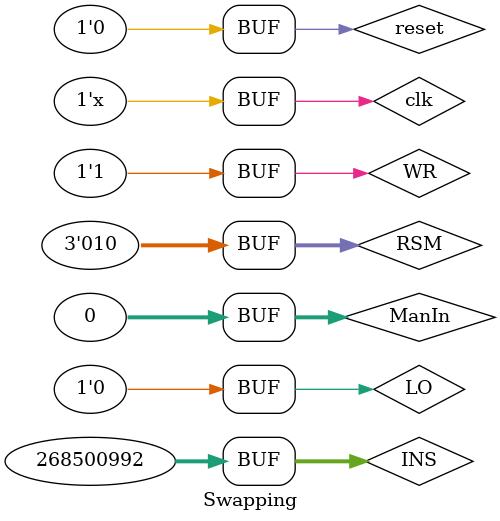
<source format=v>
module Swapping();
reg [31:0]INS,ManIn;
reg [2:0]RSM;
reg WR,reset,clk,LO;
wire OV;
wire [31:0] reg1,reg2,reg3,reg4,reg5,reg6,reg7,reg8;

CPU DUT1 (.INS(INS),.ManIn(ManIn),.LO(LO),.WR(WR),.clk(clk),.reset(reset),.OV(OV),.RSM(RSM),
.reg1(reg1),.reg2(reg2),.reg3(reg3),.reg4(reg4),.reg5(reg5),.reg6(reg6),.reg7(reg7),.reg8(reg8));
initial begin

clk = 1'b1;
reset = 1'b1;
WR=1'b0;RSM=3'b000;LO=1'b0;
ManIn=32'd0;
INS=32'b0;
#50;

reset = 1'b0;
//Initially CPU is in Load mode
#50 WR=1'b1;RSM=3'b000;LO=1'b0;ManIn=32'd51;//Loading 51 in reg1(000) . Lets call this value as 'a'
#50 WR=1'b1;RSM=3'b001;LO=1'b0;ManIn=32'd32;//Loading 32 in reg2(001) . Lets call this value as 'b'
#50 WR=1'b1;RSM=3'b001;LO=1'b1;ManIn=32'd456; // Switting to Operating mode
INS=32'b000000_00000_00001_00000_00000_000000; // a=a+b
#20 INS=32'b000100_00000_00001_00001_00000_000000; // b=a-b
#20 INS=32'b000100_00000_00001_00000_00000_000000; // a=a-b
#20 WR=1'b1;RSM=3'b010;LO=1'b0;ManIn=32'd0;


end

always #10 clk = ~clk;
endmodule
</source>
